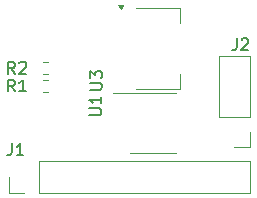
<source format=gto>
G04 #@! TF.GenerationSoftware,KiCad,Pcbnew,9.0.3*
G04 #@! TF.CreationDate,2025-08-03T15:19:36-04:00*
G04 #@! TF.ProjectId,CH32V003J4M6,43483332-5630-4303-934a-344d362e6b69,rev?*
G04 #@! TF.SameCoordinates,Original*
G04 #@! TF.FileFunction,Legend,Top*
G04 #@! TF.FilePolarity,Positive*
%FSLAX46Y46*%
G04 Gerber Fmt 4.6, Leading zero omitted, Abs format (unit mm)*
G04 Created by KiCad (PCBNEW 9.0.3) date 2025-08-03 15:19:36*
%MOMM*%
%LPD*%
G01*
G04 APERTURE LIST*
%ADD10C,0.150000*%
%ADD11C,0.120000*%
G04 APERTURE END LIST*
D10*
X148304819Y-103111904D02*
X149114342Y-103111904D01*
X149114342Y-103111904D02*
X149209580Y-103064285D01*
X149209580Y-103064285D02*
X149257200Y-103016666D01*
X149257200Y-103016666D02*
X149304819Y-102921428D01*
X149304819Y-102921428D02*
X149304819Y-102730952D01*
X149304819Y-102730952D02*
X149257200Y-102635714D01*
X149257200Y-102635714D02*
X149209580Y-102588095D01*
X149209580Y-102588095D02*
X149114342Y-102540476D01*
X149114342Y-102540476D02*
X148304819Y-102540476D01*
X148304819Y-102159523D02*
X148304819Y-101540476D01*
X148304819Y-101540476D02*
X148685771Y-101873809D01*
X148685771Y-101873809D02*
X148685771Y-101730952D01*
X148685771Y-101730952D02*
X148733390Y-101635714D01*
X148733390Y-101635714D02*
X148781009Y-101588095D01*
X148781009Y-101588095D02*
X148876247Y-101540476D01*
X148876247Y-101540476D02*
X149114342Y-101540476D01*
X149114342Y-101540476D02*
X149209580Y-101588095D01*
X149209580Y-101588095D02*
X149257200Y-101635714D01*
X149257200Y-101635714D02*
X149304819Y-101730952D01*
X149304819Y-101730952D02*
X149304819Y-102016666D01*
X149304819Y-102016666D02*
X149257200Y-102111904D01*
X149257200Y-102111904D02*
X149209580Y-102159523D01*
X141933333Y-103254819D02*
X141600000Y-102778628D01*
X141361905Y-103254819D02*
X141361905Y-102254819D01*
X141361905Y-102254819D02*
X141742857Y-102254819D01*
X141742857Y-102254819D02*
X141838095Y-102302438D01*
X141838095Y-102302438D02*
X141885714Y-102350057D01*
X141885714Y-102350057D02*
X141933333Y-102445295D01*
X141933333Y-102445295D02*
X141933333Y-102588152D01*
X141933333Y-102588152D02*
X141885714Y-102683390D01*
X141885714Y-102683390D02*
X141838095Y-102731009D01*
X141838095Y-102731009D02*
X141742857Y-102778628D01*
X141742857Y-102778628D02*
X141361905Y-102778628D01*
X142885714Y-103254819D02*
X142314286Y-103254819D01*
X142600000Y-103254819D02*
X142600000Y-102254819D01*
X142600000Y-102254819D02*
X142504762Y-102397676D01*
X142504762Y-102397676D02*
X142409524Y-102492914D01*
X142409524Y-102492914D02*
X142314286Y-102540533D01*
X160702666Y-98768819D02*
X160702666Y-99483104D01*
X160702666Y-99483104D02*
X160655047Y-99625961D01*
X160655047Y-99625961D02*
X160559809Y-99721200D01*
X160559809Y-99721200D02*
X160416952Y-99768819D01*
X160416952Y-99768819D02*
X160321714Y-99768819D01*
X161131238Y-98864057D02*
X161178857Y-98816438D01*
X161178857Y-98816438D02*
X161274095Y-98768819D01*
X161274095Y-98768819D02*
X161512190Y-98768819D01*
X161512190Y-98768819D02*
X161607428Y-98816438D01*
X161607428Y-98816438D02*
X161655047Y-98864057D01*
X161655047Y-98864057D02*
X161702666Y-98959295D01*
X161702666Y-98959295D02*
X161702666Y-99054533D01*
X161702666Y-99054533D02*
X161655047Y-99197390D01*
X161655047Y-99197390D02*
X161083619Y-99768819D01*
X161083619Y-99768819D02*
X161702666Y-99768819D01*
X141933333Y-101754819D02*
X141600000Y-101278628D01*
X141361905Y-101754819D02*
X141361905Y-100754819D01*
X141361905Y-100754819D02*
X141742857Y-100754819D01*
X141742857Y-100754819D02*
X141838095Y-100802438D01*
X141838095Y-100802438D02*
X141885714Y-100850057D01*
X141885714Y-100850057D02*
X141933333Y-100945295D01*
X141933333Y-100945295D02*
X141933333Y-101088152D01*
X141933333Y-101088152D02*
X141885714Y-101183390D01*
X141885714Y-101183390D02*
X141838095Y-101231009D01*
X141838095Y-101231009D02*
X141742857Y-101278628D01*
X141742857Y-101278628D02*
X141361905Y-101278628D01*
X142314286Y-100850057D02*
X142361905Y-100802438D01*
X142361905Y-100802438D02*
X142457143Y-100754819D01*
X142457143Y-100754819D02*
X142695238Y-100754819D01*
X142695238Y-100754819D02*
X142790476Y-100802438D01*
X142790476Y-100802438D02*
X142838095Y-100850057D01*
X142838095Y-100850057D02*
X142885714Y-100945295D01*
X142885714Y-100945295D02*
X142885714Y-101040533D01*
X142885714Y-101040533D02*
X142838095Y-101183390D01*
X142838095Y-101183390D02*
X142266667Y-101754819D01*
X142266667Y-101754819D02*
X142885714Y-101754819D01*
X141652666Y-107658819D02*
X141652666Y-108373104D01*
X141652666Y-108373104D02*
X141605047Y-108515961D01*
X141605047Y-108515961D02*
X141509809Y-108611200D01*
X141509809Y-108611200D02*
X141366952Y-108658819D01*
X141366952Y-108658819D02*
X141271714Y-108658819D01*
X142652666Y-108658819D02*
X142081238Y-108658819D01*
X142366952Y-108658819D02*
X142366952Y-107658819D01*
X142366952Y-107658819D02*
X142271714Y-107801676D01*
X142271714Y-107801676D02*
X142176476Y-107896914D01*
X142176476Y-107896914D02*
X142081238Y-107944533D01*
X148254819Y-105261904D02*
X149064342Y-105261904D01*
X149064342Y-105261904D02*
X149159580Y-105214285D01*
X149159580Y-105214285D02*
X149207200Y-105166666D01*
X149207200Y-105166666D02*
X149254819Y-105071428D01*
X149254819Y-105071428D02*
X149254819Y-104880952D01*
X149254819Y-104880952D02*
X149207200Y-104785714D01*
X149207200Y-104785714D02*
X149159580Y-104738095D01*
X149159580Y-104738095D02*
X149064342Y-104690476D01*
X149064342Y-104690476D02*
X148254819Y-104690476D01*
X149254819Y-103690476D02*
X149254819Y-104261904D01*
X149254819Y-103976190D02*
X148254819Y-103976190D01*
X148254819Y-103976190D02*
X148397676Y-104071428D01*
X148397676Y-104071428D02*
X148492914Y-104166666D01*
X148492914Y-104166666D02*
X148540533Y-104261904D01*
D11*
X152168733Y-96198112D02*
X155928733Y-96198112D01*
X152168733Y-103018112D02*
X155928733Y-103018112D01*
X155928733Y-96198112D02*
X155928733Y-97458112D01*
X155928733Y-103018112D02*
X155928733Y-101758112D01*
X150888733Y-96298112D02*
X150648733Y-95968112D01*
X151128733Y-95968112D01*
X150888733Y-96298112D01*
G36*
X150888733Y-96298112D02*
G01*
X150648733Y-95968112D01*
X151128733Y-95968112D01*
X150888733Y-96298112D01*
G37*
X144763258Y-102277500D02*
X144288742Y-102277500D01*
X144763258Y-103322500D02*
X144288742Y-103322500D01*
X159198000Y-105395000D02*
X159198000Y-100255000D01*
X161858000Y-100255000D02*
X159198000Y-100255000D01*
X161858000Y-105395000D02*
X159198000Y-105395000D01*
X161858000Y-105395000D02*
X161858000Y-100255000D01*
X161858000Y-106665000D02*
X161858000Y-107995000D01*
X161858000Y-107995000D02*
X160528000Y-107995000D01*
X144763258Y-100777500D02*
X144288742Y-100777500D01*
X144763258Y-101822500D02*
X144288742Y-101822500D01*
X141418000Y-111820000D02*
X141418000Y-110490000D01*
X142748000Y-111820000D02*
X141418000Y-111820000D01*
X144018000Y-109160000D02*
X161858000Y-109160000D01*
X144018000Y-111820000D02*
X144018000Y-109160000D01*
X144018000Y-111820000D02*
X161858000Y-111820000D01*
X161858000Y-111820000D02*
X161858000Y-109160000D01*
X153670000Y-103358000D02*
X150220000Y-103358000D01*
X153670000Y-103358000D02*
X155620000Y-103358000D01*
X153670000Y-108478000D02*
X151720000Y-108478000D01*
X153670000Y-108478000D02*
X155620000Y-108478000D01*
%LPC*%
G36*
X143598000Y-111340000D02*
G01*
X141898000Y-111340000D01*
X141898000Y-109640000D01*
X143598000Y-109640000D01*
X143598000Y-111340000D01*
G37*
G36*
X145534742Y-109676601D02*
G01*
X145688687Y-109740367D01*
X145827234Y-109832941D01*
X145945059Y-109950766D01*
X146037633Y-110089313D01*
X146101399Y-110243258D01*
X146133907Y-110406685D01*
X146133907Y-110573315D01*
X146101399Y-110736742D01*
X146037633Y-110890687D01*
X145945059Y-111029234D01*
X145827234Y-111147059D01*
X145688687Y-111239633D01*
X145534742Y-111303399D01*
X145371315Y-111335907D01*
X145204685Y-111335907D01*
X145041258Y-111303399D01*
X144887313Y-111239633D01*
X144748766Y-111147059D01*
X144630941Y-111029234D01*
X144538367Y-110890687D01*
X144474601Y-110736742D01*
X144442093Y-110573315D01*
X144442093Y-110406685D01*
X144474601Y-110243258D01*
X144538367Y-110089313D01*
X144630941Y-109950766D01*
X144748766Y-109832941D01*
X144887313Y-109740367D01*
X145041258Y-109676601D01*
X145204685Y-109644093D01*
X145371315Y-109644093D01*
X145534742Y-109676601D01*
G37*
G36*
X148074742Y-109676601D02*
G01*
X148228687Y-109740367D01*
X148367234Y-109832941D01*
X148485059Y-109950766D01*
X148577633Y-110089313D01*
X148641399Y-110243258D01*
X148673907Y-110406685D01*
X148673907Y-110573315D01*
X148641399Y-110736742D01*
X148577633Y-110890687D01*
X148485059Y-111029234D01*
X148367234Y-111147059D01*
X148228687Y-111239633D01*
X148074742Y-111303399D01*
X147911315Y-111335907D01*
X147744685Y-111335907D01*
X147581258Y-111303399D01*
X147427313Y-111239633D01*
X147288766Y-111147059D01*
X147170941Y-111029234D01*
X147078367Y-110890687D01*
X147014601Y-110736742D01*
X146982093Y-110573315D01*
X146982093Y-110406685D01*
X147014601Y-110243258D01*
X147078367Y-110089313D01*
X147170941Y-109950766D01*
X147288766Y-109832941D01*
X147427313Y-109740367D01*
X147581258Y-109676601D01*
X147744685Y-109644093D01*
X147911315Y-109644093D01*
X148074742Y-109676601D01*
G37*
G36*
X150614742Y-109676601D02*
G01*
X150768687Y-109740367D01*
X150907234Y-109832941D01*
X151025059Y-109950766D01*
X151117633Y-110089313D01*
X151181399Y-110243258D01*
X151213907Y-110406685D01*
X151213907Y-110573315D01*
X151181399Y-110736742D01*
X151117633Y-110890687D01*
X151025059Y-111029234D01*
X150907234Y-111147059D01*
X150768687Y-111239633D01*
X150614742Y-111303399D01*
X150451315Y-111335907D01*
X150284685Y-111335907D01*
X150121258Y-111303399D01*
X149967313Y-111239633D01*
X149828766Y-111147059D01*
X149710941Y-111029234D01*
X149618367Y-110890687D01*
X149554601Y-110736742D01*
X149522093Y-110573315D01*
X149522093Y-110406685D01*
X149554601Y-110243258D01*
X149618367Y-110089313D01*
X149710941Y-109950766D01*
X149828766Y-109832941D01*
X149967313Y-109740367D01*
X150121258Y-109676601D01*
X150284685Y-109644093D01*
X150451315Y-109644093D01*
X150614742Y-109676601D01*
G37*
G36*
X153154742Y-109676601D02*
G01*
X153308687Y-109740367D01*
X153447234Y-109832941D01*
X153565059Y-109950766D01*
X153657633Y-110089313D01*
X153721399Y-110243258D01*
X153753907Y-110406685D01*
X153753907Y-110573315D01*
X153721399Y-110736742D01*
X153657633Y-110890687D01*
X153565059Y-111029234D01*
X153447234Y-111147059D01*
X153308687Y-111239633D01*
X153154742Y-111303399D01*
X152991315Y-111335907D01*
X152824685Y-111335907D01*
X152661258Y-111303399D01*
X152507313Y-111239633D01*
X152368766Y-111147059D01*
X152250941Y-111029234D01*
X152158367Y-110890687D01*
X152094601Y-110736742D01*
X152062093Y-110573315D01*
X152062093Y-110406685D01*
X152094601Y-110243258D01*
X152158367Y-110089313D01*
X152250941Y-109950766D01*
X152368766Y-109832941D01*
X152507313Y-109740367D01*
X152661258Y-109676601D01*
X152824685Y-109644093D01*
X152991315Y-109644093D01*
X153154742Y-109676601D01*
G37*
G36*
X155694742Y-109676601D02*
G01*
X155848687Y-109740367D01*
X155987234Y-109832941D01*
X156105059Y-109950766D01*
X156197633Y-110089313D01*
X156261399Y-110243258D01*
X156293907Y-110406685D01*
X156293907Y-110573315D01*
X156261399Y-110736742D01*
X156197633Y-110890687D01*
X156105059Y-111029234D01*
X155987234Y-111147059D01*
X155848687Y-111239633D01*
X155694742Y-111303399D01*
X155531315Y-111335907D01*
X155364685Y-111335907D01*
X155201258Y-111303399D01*
X155047313Y-111239633D01*
X154908766Y-111147059D01*
X154790941Y-111029234D01*
X154698367Y-110890687D01*
X154634601Y-110736742D01*
X154602093Y-110573315D01*
X154602093Y-110406685D01*
X154634601Y-110243258D01*
X154698367Y-110089313D01*
X154790941Y-109950766D01*
X154908766Y-109832941D01*
X155047313Y-109740367D01*
X155201258Y-109676601D01*
X155364685Y-109644093D01*
X155531315Y-109644093D01*
X155694742Y-109676601D01*
G37*
G36*
X158234742Y-109676601D02*
G01*
X158388687Y-109740367D01*
X158527234Y-109832941D01*
X158645059Y-109950766D01*
X158737633Y-110089313D01*
X158801399Y-110243258D01*
X158833907Y-110406685D01*
X158833907Y-110573315D01*
X158801399Y-110736742D01*
X158737633Y-110890687D01*
X158645059Y-111029234D01*
X158527234Y-111147059D01*
X158388687Y-111239633D01*
X158234742Y-111303399D01*
X158071315Y-111335907D01*
X157904685Y-111335907D01*
X157741258Y-111303399D01*
X157587313Y-111239633D01*
X157448766Y-111147059D01*
X157330941Y-111029234D01*
X157238367Y-110890687D01*
X157174601Y-110736742D01*
X157142093Y-110573315D01*
X157142093Y-110406685D01*
X157174601Y-110243258D01*
X157238367Y-110089313D01*
X157330941Y-109950766D01*
X157448766Y-109832941D01*
X157587313Y-109740367D01*
X157741258Y-109676601D01*
X157904685Y-109644093D01*
X158071315Y-109644093D01*
X158234742Y-109676601D01*
G37*
G36*
X160774742Y-109676601D02*
G01*
X160928687Y-109740367D01*
X161067234Y-109832941D01*
X161185059Y-109950766D01*
X161277633Y-110089313D01*
X161341399Y-110243258D01*
X161373907Y-110406685D01*
X161373907Y-110573315D01*
X161341399Y-110736742D01*
X161277633Y-110890687D01*
X161185059Y-111029234D01*
X161067234Y-111147059D01*
X160928687Y-111239633D01*
X160774742Y-111303399D01*
X160611315Y-111335907D01*
X160444685Y-111335907D01*
X160281258Y-111303399D01*
X160127313Y-111239633D01*
X159988766Y-111147059D01*
X159870941Y-111029234D01*
X159778367Y-110890687D01*
X159714601Y-110736742D01*
X159682093Y-110573315D01*
X159682093Y-110406685D01*
X159714601Y-110243258D01*
X159778367Y-110089313D01*
X159870941Y-109950766D01*
X159988766Y-109832941D01*
X160127313Y-109740367D01*
X160281258Y-109676601D01*
X160444685Y-109644093D01*
X160611315Y-109644093D01*
X160774742Y-109676601D01*
G37*
G36*
X151877403Y-107534418D02*
G01*
X151926066Y-107566934D01*
X151958582Y-107615597D01*
X151970000Y-107673000D01*
X151970000Y-107973000D01*
X151958582Y-108030403D01*
X151926066Y-108079066D01*
X151877403Y-108111582D01*
X151820000Y-108123000D01*
X150370000Y-108123000D01*
X150312597Y-108111582D01*
X150263934Y-108079066D01*
X150231418Y-108030403D01*
X150220000Y-107973000D01*
X150220000Y-107673000D01*
X150231418Y-107615597D01*
X150263934Y-107566934D01*
X150312597Y-107534418D01*
X150370000Y-107523000D01*
X151820000Y-107523000D01*
X151877403Y-107534418D01*
G37*
G36*
X157027403Y-107534418D02*
G01*
X157076066Y-107566934D01*
X157108582Y-107615597D01*
X157120000Y-107673000D01*
X157120000Y-107973000D01*
X157108582Y-108030403D01*
X157076066Y-108079066D01*
X157027403Y-108111582D01*
X156970000Y-108123000D01*
X155520000Y-108123000D01*
X155462597Y-108111582D01*
X155413934Y-108079066D01*
X155381418Y-108030403D01*
X155370000Y-107973000D01*
X155370000Y-107673000D01*
X155381418Y-107615597D01*
X155413934Y-107566934D01*
X155462597Y-107534418D01*
X155520000Y-107523000D01*
X156970000Y-107523000D01*
X157027403Y-107534418D01*
G37*
G36*
X161378000Y-107515000D02*
G01*
X159678000Y-107515000D01*
X159678000Y-105815000D01*
X161378000Y-105815000D01*
X161378000Y-107515000D01*
G37*
G36*
X143535263Y-106114244D02*
G01*
X143661342Y-106148026D01*
X143774381Y-106213289D01*
X143866677Y-106305585D01*
X143931940Y-106418624D01*
X143965722Y-106544703D01*
X143965722Y-106675229D01*
X143931940Y-106801308D01*
X143866677Y-106914347D01*
X143774381Y-107006643D01*
X143661342Y-107071906D01*
X143535263Y-107105688D01*
X143470000Y-107109966D01*
X143468029Y-107109966D01*
X142871971Y-107109966D01*
X142870000Y-107109966D01*
X142804737Y-107105688D01*
X142678658Y-107071906D01*
X142565619Y-107006643D01*
X142473323Y-106914347D01*
X142408060Y-106801308D01*
X142374278Y-106675229D01*
X142374278Y-106544703D01*
X142408060Y-106418624D01*
X142473323Y-106305585D01*
X142565619Y-106213289D01*
X142678658Y-106148026D01*
X142804737Y-106114244D01*
X142870000Y-106109966D01*
X143470000Y-106109966D01*
X143535263Y-106114244D01*
G37*
G36*
X147965263Y-106114244D02*
G01*
X148091342Y-106148026D01*
X148204381Y-106213289D01*
X148296677Y-106305585D01*
X148361940Y-106418624D01*
X148395722Y-106544703D01*
X148395722Y-106675229D01*
X148361940Y-106801308D01*
X148296677Y-106914347D01*
X148204381Y-107006643D01*
X148091342Y-107071906D01*
X147965263Y-107105688D01*
X147900000Y-107109966D01*
X147898029Y-107109966D01*
X146801971Y-107109966D01*
X146800000Y-107109966D01*
X146734737Y-107105688D01*
X146608658Y-107071906D01*
X146495619Y-107006643D01*
X146403323Y-106914347D01*
X146338060Y-106801308D01*
X146304278Y-106675229D01*
X146304278Y-106544703D01*
X146338060Y-106418624D01*
X146403323Y-106305585D01*
X146495619Y-106213289D01*
X146608658Y-106148026D01*
X146734737Y-106114244D01*
X146800000Y-106109966D01*
X147900000Y-106109966D01*
X147965263Y-106114244D01*
G37*
G36*
X151877403Y-106264418D02*
G01*
X151926066Y-106296934D01*
X151958582Y-106345597D01*
X151970000Y-106403000D01*
X151970000Y-106703000D01*
X151958582Y-106760403D01*
X151926066Y-106809066D01*
X151877403Y-106841582D01*
X151820000Y-106853000D01*
X150370000Y-106853000D01*
X150312597Y-106841582D01*
X150263934Y-106809066D01*
X150231418Y-106760403D01*
X150220000Y-106703000D01*
X150220000Y-106403000D01*
X150231418Y-106345597D01*
X150263934Y-106296934D01*
X150312597Y-106264418D01*
X150370000Y-106253000D01*
X151820000Y-106253000D01*
X151877403Y-106264418D01*
G37*
G36*
X157027403Y-106264418D02*
G01*
X157076066Y-106296934D01*
X157108582Y-106345597D01*
X157120000Y-106403000D01*
X157120000Y-106703000D01*
X157108582Y-106760403D01*
X157076066Y-106809066D01*
X157027403Y-106841582D01*
X156970000Y-106853000D01*
X155520000Y-106853000D01*
X155462597Y-106841582D01*
X155413934Y-106809066D01*
X155381418Y-106760403D01*
X155370000Y-106703000D01*
X155370000Y-106403000D01*
X155381418Y-106345597D01*
X155413934Y-106296934D01*
X155462597Y-106264418D01*
X155520000Y-106253000D01*
X156970000Y-106253000D01*
X157027403Y-106264418D01*
G37*
G36*
X151877403Y-104994418D02*
G01*
X151926066Y-105026934D01*
X151958582Y-105075597D01*
X151970000Y-105133000D01*
X151970000Y-105433000D01*
X151958582Y-105490403D01*
X151926066Y-105539066D01*
X151877403Y-105571582D01*
X151820000Y-105583000D01*
X150370000Y-105583000D01*
X150312597Y-105571582D01*
X150263934Y-105539066D01*
X150231418Y-105490403D01*
X150220000Y-105433000D01*
X150220000Y-105133000D01*
X150231418Y-105075597D01*
X150263934Y-105026934D01*
X150312597Y-104994418D01*
X150370000Y-104983000D01*
X151820000Y-104983000D01*
X151877403Y-104994418D01*
G37*
G36*
X157027403Y-104994418D02*
G01*
X157076066Y-105026934D01*
X157108582Y-105075597D01*
X157120000Y-105133000D01*
X157120000Y-105433000D01*
X157108582Y-105490403D01*
X157076066Y-105539066D01*
X157027403Y-105571582D01*
X156970000Y-105583000D01*
X155520000Y-105583000D01*
X155462597Y-105571582D01*
X155413934Y-105539066D01*
X155381418Y-105490403D01*
X155370000Y-105433000D01*
X155370000Y-105133000D01*
X155381418Y-105075597D01*
X155413934Y-105026934D01*
X155462597Y-104994418D01*
X155520000Y-104983000D01*
X156970000Y-104983000D01*
X157027403Y-104994418D01*
G37*
G36*
X146944372Y-104879705D02*
G01*
X147017847Y-104922126D01*
X147077840Y-104982119D01*
X147120261Y-105055594D01*
X147142220Y-105137545D01*
X147142220Y-105222387D01*
X147120261Y-105304338D01*
X147077840Y-105377813D01*
X147017847Y-105437806D01*
X146944372Y-105480227D01*
X146862421Y-105502186D01*
X146777579Y-105502186D01*
X146695628Y-105480227D01*
X146622153Y-105437806D01*
X146562160Y-105377813D01*
X146519739Y-105304338D01*
X146497780Y-105222387D01*
X146497780Y-105137545D01*
X146519739Y-105055594D01*
X146562160Y-104982119D01*
X146622153Y-104922126D01*
X146695628Y-104879705D01*
X146777579Y-104857746D01*
X146862421Y-104857746D01*
X146944372Y-104879705D01*
G37*
G36*
X160774742Y-103311601D02*
G01*
X160928687Y-103375367D01*
X161067234Y-103467941D01*
X161185059Y-103585766D01*
X161277633Y-103724313D01*
X161341399Y-103878258D01*
X161373907Y-104041685D01*
X161373907Y-104208315D01*
X161341399Y-104371742D01*
X161277633Y-104525687D01*
X161185059Y-104664234D01*
X161067234Y-104782059D01*
X160928687Y-104874633D01*
X160774742Y-104938399D01*
X160611315Y-104970907D01*
X160444685Y-104970907D01*
X160281258Y-104938399D01*
X160127313Y-104874633D01*
X159988766Y-104782059D01*
X159870941Y-104664234D01*
X159778367Y-104525687D01*
X159714601Y-104371742D01*
X159682093Y-104208315D01*
X159682093Y-104041685D01*
X159714601Y-103878258D01*
X159778367Y-103724313D01*
X159870941Y-103585766D01*
X159988766Y-103467941D01*
X160127313Y-103375367D01*
X160281258Y-103311601D01*
X160444685Y-103279093D01*
X160611315Y-103279093D01*
X160774742Y-103311601D01*
G37*
G36*
X151877403Y-103724418D02*
G01*
X151926066Y-103756934D01*
X151958582Y-103805597D01*
X151970000Y-103863000D01*
X151970000Y-104163000D01*
X151958582Y-104220403D01*
X151926066Y-104269066D01*
X151877403Y-104301582D01*
X151820000Y-104313000D01*
X150370000Y-104313000D01*
X150312597Y-104301582D01*
X150263934Y-104269066D01*
X150231418Y-104220403D01*
X150220000Y-104163000D01*
X150220000Y-103863000D01*
X150231418Y-103805597D01*
X150263934Y-103756934D01*
X150312597Y-103724418D01*
X150370000Y-103713000D01*
X151820000Y-103713000D01*
X151877403Y-103724418D01*
G37*
G36*
X157027403Y-103724418D02*
G01*
X157076066Y-103756934D01*
X157108582Y-103805597D01*
X157120000Y-103863000D01*
X157120000Y-104163000D01*
X157108582Y-104220403D01*
X157076066Y-104269066D01*
X157027403Y-104301582D01*
X156970000Y-104313000D01*
X155520000Y-104313000D01*
X155462597Y-104301582D01*
X155413934Y-104269066D01*
X155381418Y-104220403D01*
X155370000Y-104163000D01*
X155370000Y-103863000D01*
X155381418Y-103805597D01*
X155413934Y-103756934D01*
X155462597Y-103724418D01*
X155520000Y-103713000D01*
X156970000Y-103713000D01*
X157027403Y-103724418D01*
G37*
G36*
X143977537Y-102340224D02*
G01*
X144042421Y-102383579D01*
X144085776Y-102448463D01*
X144101000Y-102525000D01*
X144101000Y-103075000D01*
X144085776Y-103151537D01*
X144042421Y-103216421D01*
X143977537Y-103259776D01*
X143901000Y-103275000D01*
X143501000Y-103275000D01*
X143424463Y-103259776D01*
X143359579Y-103216421D01*
X143316224Y-103151537D01*
X143301000Y-103075000D01*
X143301000Y-102525000D01*
X143316224Y-102448463D01*
X143359579Y-102383579D01*
X143424463Y-102340224D01*
X143501000Y-102325000D01*
X143901000Y-102325000D01*
X143977537Y-102340224D01*
G37*
G36*
X145627537Y-102340224D02*
G01*
X145692421Y-102383579D01*
X145735776Y-102448463D01*
X145751000Y-102525000D01*
X145751000Y-103075000D01*
X145735776Y-103151537D01*
X145692421Y-103216421D01*
X145627537Y-103259776D01*
X145551000Y-103275000D01*
X145151000Y-103275000D01*
X145074463Y-103259776D01*
X145009579Y-103216421D01*
X144966224Y-103151537D01*
X144951000Y-103075000D01*
X144951000Y-102525000D01*
X144966224Y-102448463D01*
X145009579Y-102383579D01*
X145074463Y-102340224D01*
X145151000Y-102325000D01*
X145551000Y-102325000D01*
X145627537Y-102340224D01*
G37*
G36*
X151498804Y-101158850D02*
G01*
X151561706Y-101164749D01*
X151577701Y-101170346D01*
X151600734Y-101173702D01*
X151634585Y-101190251D01*
X151668642Y-101202168D01*
X151687635Y-101216185D01*
X151711637Y-101227919D01*
X151734463Y-101250745D01*
X151758419Y-101268425D01*
X151776098Y-101292380D01*
X151798926Y-101315208D01*
X151810660Y-101339211D01*
X151824676Y-101358202D01*
X151836591Y-101392254D01*
X151853143Y-101426111D01*
X151856499Y-101449146D01*
X151862095Y-101465138D01*
X151867991Y-101528024D01*
X151868733Y-101533112D01*
X151868733Y-102283112D01*
X151867991Y-102288203D01*
X151862095Y-102351085D01*
X151856499Y-102367075D01*
X151853143Y-102390113D01*
X151836590Y-102423971D01*
X151824676Y-102458021D01*
X151810661Y-102477010D01*
X151798926Y-102501016D01*
X151776095Y-102523846D01*
X151758419Y-102547798D01*
X151734467Y-102565474D01*
X151711637Y-102588305D01*
X151687631Y-102600040D01*
X151668642Y-102614055D01*
X151634592Y-102625969D01*
X151600734Y-102642522D01*
X151577696Y-102645878D01*
X151561706Y-102651474D01*
X151498822Y-102657370D01*
X151493733Y-102658112D01*
X150243733Y-102658112D01*
X150238643Y-102657370D01*
X150175759Y-102651474D01*
X150159767Y-102645878D01*
X150136732Y-102642522D01*
X150102875Y-102625970D01*
X150068823Y-102614055D01*
X150049832Y-102600039D01*
X150025829Y-102588305D01*
X150003001Y-102565477D01*
X149979046Y-102547798D01*
X149961366Y-102523842D01*
X149938540Y-102501016D01*
X149926806Y-102477014D01*
X149912789Y-102458021D01*
X149900872Y-102423964D01*
X149884323Y-102390113D01*
X149880967Y-102367080D01*
X149875370Y-102351085D01*
X149869471Y-102288182D01*
X149868733Y-102283112D01*
X149868733Y-101533112D01*
X149869471Y-101528042D01*
X149875370Y-101465138D01*
X149880967Y-101449141D01*
X149884323Y-101426111D01*
X149900870Y-101392261D01*
X149912789Y-101358202D01*
X149926807Y-101339207D01*
X149938540Y-101315208D01*
X149961363Y-101292384D01*
X149979046Y-101268425D01*
X150003005Y-101250742D01*
X150025829Y-101227919D01*
X150049828Y-101216186D01*
X150068823Y-101202168D01*
X150102882Y-101190249D01*
X150136732Y-101173702D01*
X150159762Y-101170346D01*
X150175759Y-101164749D01*
X150238664Y-101158850D01*
X150243733Y-101158112D01*
X151493733Y-101158112D01*
X151498804Y-101158850D01*
G37*
G36*
X160774742Y-100771601D02*
G01*
X160928687Y-100835367D01*
X161067234Y-100927941D01*
X161185059Y-101045766D01*
X161277633Y-101184313D01*
X161341399Y-101338258D01*
X161373907Y-101501685D01*
X161373907Y-101668315D01*
X161341399Y-101831742D01*
X161277633Y-101985687D01*
X161185059Y-102124234D01*
X161067234Y-102242059D01*
X160928687Y-102334633D01*
X160774742Y-102398399D01*
X160611315Y-102430907D01*
X160444685Y-102430907D01*
X160281258Y-102398399D01*
X160127313Y-102334633D01*
X159988766Y-102242059D01*
X159870941Y-102124234D01*
X159778367Y-101985687D01*
X159714601Y-101831742D01*
X159682093Y-101668315D01*
X159682093Y-101501685D01*
X159714601Y-101338258D01*
X159778367Y-101184313D01*
X159870941Y-101045766D01*
X159988766Y-100927941D01*
X160127313Y-100835367D01*
X160281258Y-100771601D01*
X160444685Y-100739093D01*
X160611315Y-100739093D01*
X160774742Y-100771601D01*
G37*
G36*
X143977537Y-100840224D02*
G01*
X144042421Y-100883579D01*
X144085776Y-100948463D01*
X144101000Y-101025000D01*
X144101000Y-101575000D01*
X144085776Y-101651537D01*
X144042421Y-101716421D01*
X143977537Y-101759776D01*
X143901000Y-101775000D01*
X143501000Y-101775000D01*
X143424463Y-101759776D01*
X143359579Y-101716421D01*
X143316224Y-101651537D01*
X143301000Y-101575000D01*
X143301000Y-101025000D01*
X143316224Y-100948463D01*
X143359579Y-100883579D01*
X143424463Y-100840224D01*
X143501000Y-100825000D01*
X143901000Y-100825000D01*
X143977537Y-100840224D01*
G37*
G36*
X145627537Y-100840224D02*
G01*
X145692421Y-100883579D01*
X145735776Y-100948463D01*
X145751000Y-101025000D01*
X145751000Y-101575000D01*
X145735776Y-101651537D01*
X145692421Y-101716421D01*
X145627537Y-101759776D01*
X145551000Y-101775000D01*
X145151000Y-101775000D01*
X145074463Y-101759776D01*
X145009579Y-101716421D01*
X144966224Y-101651537D01*
X144951000Y-101575000D01*
X144951000Y-101025000D01*
X144966224Y-100948463D01*
X145009579Y-100883579D01*
X145074463Y-100840224D01*
X145151000Y-100825000D01*
X145551000Y-100825000D01*
X145627537Y-100840224D01*
G37*
G36*
X157775016Y-97719539D02*
G01*
X157782001Y-97722144D01*
X157786495Y-97722684D01*
X157839664Y-97743651D01*
X157908357Y-97769273D01*
X157912501Y-97772375D01*
X157913509Y-97772773D01*
X157950149Y-97800558D01*
X158022286Y-97854559D01*
X158076305Y-97926720D01*
X158104071Y-97963335D01*
X158104467Y-97964341D01*
X158107572Y-97968488D01*
X158133203Y-98037208D01*
X158154160Y-98090349D01*
X158154699Y-98094840D01*
X158157306Y-98101829D01*
X158168733Y-98208112D01*
X158168733Y-101008112D01*
X158157306Y-101114395D01*
X158154699Y-101121384D01*
X158154160Y-101125874D01*
X158133210Y-101178996D01*
X158107572Y-101247736D01*
X158104467Y-101251883D01*
X158104071Y-101252888D01*
X158076363Y-101289425D01*
X158022286Y-101361665D01*
X157950046Y-101415742D01*
X157913509Y-101443450D01*
X157912504Y-101443846D01*
X157908357Y-101446951D01*
X157839617Y-101472589D01*
X157786495Y-101493539D01*
X157782005Y-101494078D01*
X157775016Y-101496685D01*
X157668733Y-101508112D01*
X156668733Y-101508112D01*
X156562450Y-101496685D01*
X156555461Y-101494078D01*
X156550970Y-101493539D01*
X156497829Y-101472582D01*
X156429109Y-101446951D01*
X156424962Y-101443846D01*
X156423956Y-101443450D01*
X156387341Y-101415684D01*
X156315180Y-101361665D01*
X156261179Y-101289528D01*
X156233394Y-101252888D01*
X156232996Y-101251880D01*
X156229894Y-101247736D01*
X156204272Y-101179043D01*
X156183305Y-101125874D01*
X156182765Y-101121380D01*
X156180160Y-101114395D01*
X156168733Y-101008112D01*
X156168733Y-98208112D01*
X156180160Y-98101829D01*
X156182765Y-98094844D01*
X156183305Y-98090349D01*
X156204279Y-98037161D01*
X156229894Y-97968488D01*
X156232996Y-97964344D01*
X156233394Y-97963335D01*
X156261237Y-97926618D01*
X156315180Y-97854559D01*
X156387239Y-97800616D01*
X156423956Y-97772773D01*
X156424965Y-97772375D01*
X156429109Y-97769273D01*
X156497782Y-97743658D01*
X156550970Y-97722684D01*
X156555465Y-97722144D01*
X156562450Y-97719539D01*
X156668733Y-97708112D01*
X157668733Y-97708112D01*
X157775016Y-97719539D01*
G37*
G36*
X151498804Y-98858850D02*
G01*
X151561706Y-98864749D01*
X151577701Y-98870346D01*
X151600734Y-98873702D01*
X151634585Y-98890251D01*
X151668642Y-98902168D01*
X151687635Y-98916185D01*
X151711637Y-98927919D01*
X151734463Y-98950745D01*
X151758419Y-98968425D01*
X151776098Y-98992380D01*
X151798926Y-99015208D01*
X151810660Y-99039211D01*
X151824676Y-99058202D01*
X151836591Y-99092254D01*
X151853143Y-99126111D01*
X151856499Y-99149146D01*
X151862095Y-99165138D01*
X151867991Y-99228024D01*
X151868733Y-99233112D01*
X151868733Y-99983112D01*
X151867991Y-99988203D01*
X151862095Y-100051085D01*
X151856499Y-100067075D01*
X151853143Y-100090113D01*
X151836590Y-100123971D01*
X151824676Y-100158021D01*
X151810661Y-100177010D01*
X151798926Y-100201016D01*
X151776095Y-100223846D01*
X151758419Y-100247798D01*
X151734467Y-100265474D01*
X151711637Y-100288305D01*
X151687631Y-100300040D01*
X151668642Y-100314055D01*
X151634592Y-100325969D01*
X151600734Y-100342522D01*
X151577696Y-100345878D01*
X151561706Y-100351474D01*
X151498822Y-100357370D01*
X151493733Y-100358112D01*
X150243733Y-100358112D01*
X150238643Y-100357370D01*
X150175759Y-100351474D01*
X150159767Y-100345878D01*
X150136732Y-100342522D01*
X150102875Y-100325970D01*
X150068823Y-100314055D01*
X150049832Y-100300039D01*
X150025829Y-100288305D01*
X150003001Y-100265477D01*
X149979046Y-100247798D01*
X149961366Y-100223842D01*
X149938540Y-100201016D01*
X149926806Y-100177014D01*
X149912789Y-100158021D01*
X149900872Y-100123964D01*
X149884323Y-100090113D01*
X149880967Y-100067080D01*
X149875370Y-100051085D01*
X149869471Y-99988182D01*
X149868733Y-99983112D01*
X149868733Y-99233112D01*
X149869471Y-99228042D01*
X149875370Y-99165138D01*
X149880967Y-99149141D01*
X149884323Y-99126111D01*
X149900870Y-99092261D01*
X149912789Y-99058202D01*
X149926807Y-99039207D01*
X149938540Y-99015208D01*
X149961363Y-98992384D01*
X149979046Y-98968425D01*
X150003005Y-98950742D01*
X150025829Y-98927919D01*
X150049828Y-98916186D01*
X150068823Y-98902168D01*
X150102882Y-98890249D01*
X150136732Y-98873702D01*
X150159762Y-98870346D01*
X150175759Y-98864749D01*
X150238664Y-98858850D01*
X150243733Y-98858112D01*
X151493733Y-98858112D01*
X151498804Y-98858850D01*
G37*
G36*
X146944372Y-99099705D02*
G01*
X147017847Y-99142126D01*
X147077840Y-99202119D01*
X147120261Y-99275594D01*
X147142220Y-99357545D01*
X147142220Y-99442387D01*
X147120261Y-99524338D01*
X147077840Y-99597813D01*
X147017847Y-99657806D01*
X146944372Y-99700227D01*
X146862421Y-99722186D01*
X146777579Y-99722186D01*
X146695628Y-99700227D01*
X146622153Y-99657806D01*
X146562160Y-99597813D01*
X146519739Y-99524338D01*
X146497780Y-99442387D01*
X146497780Y-99357545D01*
X146519739Y-99275594D01*
X146562160Y-99202119D01*
X146622153Y-99142126D01*
X146695628Y-99099705D01*
X146777579Y-99077746D01*
X146862421Y-99077746D01*
X146944372Y-99099705D01*
G37*
G36*
X143535263Y-97474244D02*
G01*
X143661342Y-97508026D01*
X143774381Y-97573289D01*
X143866677Y-97665585D01*
X143931940Y-97778624D01*
X143965722Y-97904703D01*
X143965722Y-98035229D01*
X143931940Y-98161308D01*
X143866677Y-98274347D01*
X143774381Y-98366643D01*
X143661342Y-98431906D01*
X143535263Y-98465688D01*
X143470000Y-98469966D01*
X143468029Y-98469966D01*
X142871971Y-98469966D01*
X142870000Y-98469966D01*
X142804737Y-98465688D01*
X142678658Y-98431906D01*
X142565619Y-98366643D01*
X142473323Y-98274347D01*
X142408060Y-98161308D01*
X142374278Y-98035229D01*
X142374278Y-97904703D01*
X142408060Y-97778624D01*
X142473323Y-97665585D01*
X142565619Y-97573289D01*
X142678658Y-97508026D01*
X142804737Y-97474244D01*
X142870000Y-97469966D01*
X143470000Y-97469966D01*
X143535263Y-97474244D01*
G37*
G36*
X147965263Y-97474244D02*
G01*
X148091342Y-97508026D01*
X148204381Y-97573289D01*
X148296677Y-97665585D01*
X148361940Y-97778624D01*
X148395722Y-97904703D01*
X148395722Y-98035229D01*
X148361940Y-98161308D01*
X148296677Y-98274347D01*
X148204381Y-98366643D01*
X148091342Y-98431906D01*
X147965263Y-98465688D01*
X147900000Y-98469966D01*
X147898029Y-98469966D01*
X146801971Y-98469966D01*
X146800000Y-98469966D01*
X146734737Y-98465688D01*
X146608658Y-98431906D01*
X146495619Y-98366643D01*
X146403323Y-98274347D01*
X146338060Y-98161308D01*
X146304278Y-98035229D01*
X146304278Y-97904703D01*
X146338060Y-97778624D01*
X146403323Y-97665585D01*
X146495619Y-97573289D01*
X146608658Y-97508026D01*
X146734737Y-97474244D01*
X146800000Y-97469966D01*
X147900000Y-97469966D01*
X147965263Y-97474244D01*
G37*
G36*
X151498804Y-96558850D02*
G01*
X151561706Y-96564749D01*
X151577701Y-96570346D01*
X151600734Y-96573702D01*
X151634585Y-96590251D01*
X151668642Y-96602168D01*
X151687635Y-96616185D01*
X151711637Y-96627919D01*
X151734463Y-96650745D01*
X151758419Y-96668425D01*
X151776098Y-96692380D01*
X151798926Y-96715208D01*
X151810660Y-96739211D01*
X151824676Y-96758202D01*
X151836591Y-96792254D01*
X151853143Y-96826111D01*
X151856499Y-96849146D01*
X151862095Y-96865138D01*
X151867991Y-96928024D01*
X151868733Y-96933112D01*
X151868733Y-97683112D01*
X151867991Y-97688203D01*
X151862095Y-97751085D01*
X151856499Y-97767075D01*
X151853143Y-97790113D01*
X151836590Y-97823971D01*
X151824676Y-97858021D01*
X151810661Y-97877010D01*
X151798926Y-97901016D01*
X151776095Y-97923846D01*
X151758419Y-97947798D01*
X151734467Y-97965474D01*
X151711637Y-97988305D01*
X151687631Y-98000040D01*
X151668642Y-98014055D01*
X151634592Y-98025969D01*
X151600734Y-98042522D01*
X151577696Y-98045878D01*
X151561706Y-98051474D01*
X151498822Y-98057370D01*
X151493733Y-98058112D01*
X150243733Y-98058112D01*
X150238643Y-98057370D01*
X150175759Y-98051474D01*
X150159767Y-98045878D01*
X150136732Y-98042522D01*
X150102875Y-98025970D01*
X150068823Y-98014055D01*
X150049832Y-98000039D01*
X150025829Y-97988305D01*
X150003001Y-97965477D01*
X149979046Y-97947798D01*
X149961366Y-97923842D01*
X149938540Y-97901016D01*
X149926806Y-97877014D01*
X149912789Y-97858021D01*
X149900872Y-97823964D01*
X149884323Y-97790113D01*
X149880967Y-97767080D01*
X149875370Y-97751085D01*
X149869471Y-97688182D01*
X149868733Y-97683112D01*
X149868733Y-96933112D01*
X149869471Y-96928042D01*
X149875370Y-96865138D01*
X149880967Y-96849141D01*
X149884323Y-96826111D01*
X149900870Y-96792261D01*
X149912789Y-96758202D01*
X149926807Y-96739207D01*
X149938540Y-96715208D01*
X149961363Y-96692384D01*
X149979046Y-96668425D01*
X150003005Y-96650742D01*
X150025829Y-96627919D01*
X150049828Y-96616186D01*
X150068823Y-96602168D01*
X150102882Y-96590249D01*
X150136732Y-96573702D01*
X150159762Y-96570346D01*
X150175759Y-96564749D01*
X150238664Y-96558850D01*
X150243733Y-96558112D01*
X151493733Y-96558112D01*
X151498804Y-96558850D01*
G37*
%LPD*%
M02*

</source>
